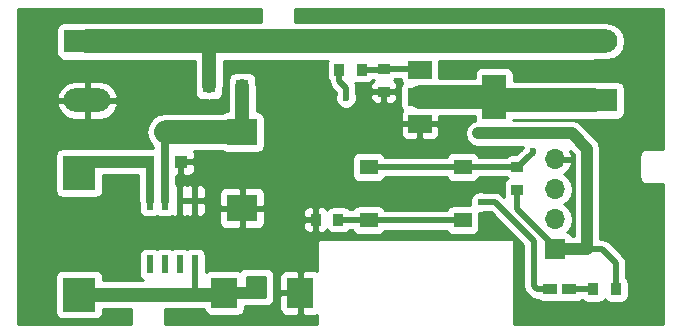
<source format=gtl>
G04 #@! TF.FileFunction,Copper,L1,Top,Signal*
%FSLAX46Y46*%
G04 Gerber Fmt 4.6, Leading zero omitted, Abs format (unit mm)*
G04 Created by KiCad (PCBNEW 4.0.7) date 03/28/18 09:41:18*
%MOMM*%
%LPD*%
G01*
G04 APERTURE LIST*
%ADD10C,0.100000*%
%ADD11R,2.600000X2.235000*%
%ADD12R,2.235000X2.600000*%
%ADD13R,1.700000X1.700000*%
%ADD14O,1.700000X1.700000*%
%ADD15R,3.960000X1.980000*%
%ADD16O,3.960000X1.980000*%
%ADD17R,2.000000X3.800000*%
%ADD18R,2.000000X1.500000*%
%ADD19R,1.550000X1.300000*%
%ADD20R,0.600000X1.550000*%
%ADD21R,1.100000X1.100000*%
%ADD22R,2.790000X2.920000*%
%ADD23R,1.220000X0.870000*%
%ADD24R,0.845000X1.000000*%
%ADD25R,1.000000X0.845000*%
%ADD26C,0.600000*%
%ADD27C,2.000000*%
%ADD28C,1.200000*%
%ADD29C,0.250000*%
%ADD30C,0.500000*%
%ADD31C,0.300000*%
%ADD32C,0.200000*%
%ADD33C,1.000000*%
%ADD34C,0.700000*%
%ADD35C,0.254000*%
G04 APERTURE END LIST*
D10*
D11*
X104300000Y-105382500D03*
X104300000Y-111817500D03*
D12*
X102782500Y-119000000D03*
X109217500Y-119000000D03*
D13*
X130800000Y-115320000D03*
D14*
X130800000Y-112780000D03*
X130800000Y-110240000D03*
X130800000Y-107700000D03*
D15*
X91200000Y-97700000D03*
D16*
X91200000Y-102700000D03*
D15*
X134100000Y-102700000D03*
D16*
X134100000Y-97700000D03*
D17*
X125650000Y-102400000D03*
D18*
X119350000Y-102400000D03*
X119350000Y-104700000D03*
X119350000Y-100100000D03*
D19*
X115020000Y-112850000D03*
X115020000Y-108350000D03*
X122980000Y-108350000D03*
X122980000Y-112850000D03*
D20*
X96490000Y-116594999D03*
X97760000Y-116594999D03*
X99030000Y-116594999D03*
X100300000Y-116594999D03*
X100300000Y-111194999D03*
X99030000Y-111194999D03*
X97760000Y-111194999D03*
X96490000Y-111194999D03*
D21*
X96300000Y-107900000D03*
X99100000Y-107900000D03*
D22*
X90500000Y-119150000D03*
X90500000Y-108850000D03*
D23*
X130400000Y-118700000D03*
X132000000Y-118700000D03*
D24*
X134041072Y-118699999D03*
X135966072Y-118699999D03*
D25*
X127600000Y-110262500D03*
X127600000Y-108337500D03*
D24*
X112462500Y-112800000D03*
X110537500Y-112800000D03*
X114462500Y-100100000D03*
X112537500Y-100100000D03*
D25*
X116300000Y-100037500D03*
X116300000Y-101962500D03*
D21*
X104300000Y-101500000D03*
X101500000Y-101500000D03*
D26*
X97100000Y-113300000D03*
X97100000Y-114700000D03*
X98600000Y-113300000D03*
X100100000Y-113300000D03*
X98600000Y-114700000D03*
X100100000Y-114700000D03*
X85600000Y-99900000D03*
X98300000Y-102100000D03*
X99700000Y-102100000D03*
X99700000Y-100700000D03*
X98300000Y-100700000D03*
X99000000Y-101400000D03*
X85600000Y-97500000D03*
X92300000Y-121400000D03*
X99900000Y-121300000D03*
X102000000Y-121300000D03*
X104100000Y-121300000D03*
X106200000Y-121300000D03*
X108300000Y-121300000D03*
X94400000Y-121300000D03*
X98200000Y-121300000D03*
X85600000Y-121400000D03*
X139500000Y-97400000D03*
X139500000Y-102200000D03*
X139500000Y-95300000D03*
X139500000Y-99500000D03*
X139500000Y-106400000D03*
X139500000Y-104300000D03*
X130400000Y-95200000D03*
X128300000Y-95200000D03*
X134600000Y-95200000D03*
X132500000Y-95200000D03*
X136700000Y-95200000D03*
X126200000Y-95200000D03*
X139500000Y-119200000D03*
X139500000Y-117100000D03*
X139500000Y-112900000D03*
X139500000Y-115000000D03*
X139500000Y-110600000D03*
X85600000Y-104400000D03*
X85600000Y-106500000D03*
X85600000Y-108600000D03*
X85600000Y-110700000D03*
X85600000Y-119300000D03*
X85600000Y-117200000D03*
X85600000Y-115100000D03*
X85600000Y-113000000D03*
X88100000Y-121400000D03*
X90200000Y-121400000D03*
X129000000Y-121300000D03*
X131100000Y-121300000D03*
X139500000Y-121300000D03*
X133200000Y-121300000D03*
X135300000Y-121300000D03*
X137400000Y-121300000D03*
X110400000Y-115000000D03*
X127600000Y-121300000D03*
X127600000Y-119200000D03*
X127600000Y-117100000D03*
X127600000Y-115000000D03*
X126300000Y-114300000D03*
X124200000Y-114300000D03*
X122100000Y-114300000D03*
X120000000Y-114300000D03*
X117900000Y-114300000D03*
X115800000Y-114300000D03*
X113700000Y-114300000D03*
X111600000Y-114300000D03*
X109100000Y-95300000D03*
X112300000Y-95300000D03*
X89600000Y-95400000D03*
X87500000Y-95400000D03*
X100100000Y-95400000D03*
X102200000Y-95400000D03*
X93800000Y-95400000D03*
X91700000Y-95400000D03*
X98000000Y-95400000D03*
X95900000Y-95400000D03*
X105700000Y-95300000D03*
X85600000Y-102300000D03*
X85600000Y-95400000D03*
X104300000Y-95400000D03*
X100400000Y-107900000D03*
X104300000Y-109700000D03*
X104300000Y-113900000D03*
X102100000Y-111800000D03*
X109200000Y-116100000D03*
X106000000Y-102000000D03*
X106000000Y-100600000D03*
X107400000Y-102000000D03*
X107400000Y-100600000D03*
X106700000Y-101300000D03*
X124200000Y-105500000D03*
X105900000Y-119000000D03*
X105900000Y-118000000D03*
X105100000Y-118000000D03*
X105100000Y-119000000D03*
X124500000Y-111300000D03*
X128900000Y-107000000D03*
X113100000Y-102500000D03*
D27*
X91200000Y-97700000D02*
X101600000Y-97700000D01*
D28*
X101500000Y-101500000D02*
X101500000Y-97800000D01*
D27*
X101600000Y-97700000D02*
X134100000Y-97700000D01*
D28*
X101500000Y-97800000D02*
X101600000Y-97700000D01*
D29*
X127600000Y-115000000D02*
X127600000Y-114500000D01*
X127600000Y-114500000D02*
X127400000Y-114300000D01*
X127400000Y-114300000D02*
X124200000Y-114300000D01*
D30*
X98600000Y-113300000D02*
X100100000Y-113300000D01*
D31*
X100100000Y-113300000D02*
X100300000Y-113100000D01*
X100300000Y-112800000D02*
X100300000Y-113100000D01*
X100300000Y-112800000D02*
X100300000Y-111194999D01*
D30*
X97100000Y-113300000D02*
X98600000Y-113300000D01*
X97100000Y-114700000D02*
X97100000Y-113300000D01*
X98600000Y-114700000D02*
X97100000Y-114700000D01*
X100100000Y-114700000D02*
X98600000Y-114700000D01*
X100100000Y-113300000D02*
X100100000Y-114700000D01*
D29*
X85600000Y-99900000D02*
X85600000Y-99600000D01*
X85600000Y-102300000D02*
X85600000Y-99900000D01*
X98300000Y-102100000D02*
X97700000Y-102700000D01*
X97700000Y-102700000D02*
X91200000Y-102700000D01*
X85600000Y-97500000D02*
X85600000Y-95400000D01*
X92300000Y-121400000D02*
X94300000Y-121400000D01*
X94300000Y-121400000D02*
X94400000Y-121300000D01*
X108300000Y-121300000D02*
X106200000Y-121300000D01*
X109500000Y-121300000D02*
X108300000Y-121300000D01*
X99900000Y-121300000D02*
X98200000Y-121300000D01*
X102000000Y-121300000D02*
X99900000Y-121300000D01*
X104100000Y-121300000D02*
X102000000Y-121300000D01*
X106200000Y-121300000D02*
X104100000Y-121300000D01*
X94400000Y-121300000D02*
X94300000Y-121400000D01*
X94300000Y-121400000D02*
X90200000Y-121400000D01*
X90200000Y-121400000D02*
X88100000Y-121400000D01*
X88100000Y-121400000D02*
X85600000Y-121400000D01*
X85600000Y-121400000D02*
X85600000Y-119300000D01*
X85600000Y-119300000D02*
X85600000Y-117200000D01*
X85600000Y-117200000D02*
X85600000Y-115100000D01*
X85600000Y-115100000D02*
X85600000Y-113000000D01*
X85600000Y-113000000D02*
X85600000Y-110700000D01*
X85600000Y-110700000D02*
X85600000Y-108600000D01*
X85600000Y-108600000D02*
X85600000Y-106500000D01*
X85600000Y-106500000D02*
X85600000Y-104400000D01*
X85600000Y-104400000D02*
X85600000Y-102300000D01*
X109217500Y-121017500D02*
X109217500Y-119000000D01*
X109500000Y-121300000D02*
X109217500Y-121017500D01*
X130400000Y-95200000D02*
X132500000Y-95200000D01*
X126200000Y-95200000D02*
X128300000Y-95200000D01*
X128300000Y-95200000D02*
X130400000Y-95200000D01*
X138300000Y-110600000D02*
X139500000Y-110600000D01*
X137400000Y-109700000D02*
X138300000Y-110600000D01*
X137400000Y-107200000D02*
X137400000Y-109700000D01*
X138200000Y-106400000D02*
X137400000Y-107200000D01*
X138200000Y-106300000D02*
X138200000Y-106400000D01*
X138400000Y-106300000D02*
X138200000Y-106300000D01*
X138700000Y-106300000D02*
X138400000Y-106300000D01*
X139400000Y-106300000D02*
X138700000Y-106300000D01*
X139400000Y-104200000D02*
X139400000Y-106300000D01*
X139400000Y-102100000D02*
X139400000Y-104200000D01*
X139400000Y-99400000D02*
X139400000Y-102100000D01*
X139400000Y-97300000D02*
X139400000Y-99400000D01*
X139400000Y-95200000D02*
X139400000Y-97300000D01*
X136700000Y-95200000D02*
X139400000Y-95200000D01*
X134600000Y-95200000D02*
X136700000Y-95200000D01*
X132500000Y-95200000D02*
X134600000Y-95200000D01*
X139500000Y-110600000D02*
X139500000Y-112900000D01*
X139500000Y-112900000D02*
X139500000Y-115000000D01*
X139500000Y-115000000D02*
X139500000Y-117100000D01*
X139500000Y-117100000D02*
X139500000Y-119200000D01*
X139500000Y-119200000D02*
X139500000Y-121300000D01*
X139500000Y-121300000D02*
X137400000Y-121300000D01*
X137400000Y-121300000D02*
X135300000Y-121300000D01*
X135300000Y-121300000D02*
X133200000Y-121300000D01*
X133200000Y-121300000D02*
X131100000Y-121300000D01*
X131100000Y-121300000D02*
X129000000Y-121300000D01*
X129000000Y-121300000D02*
X127600000Y-121300000D01*
X127600000Y-121300000D02*
X127600000Y-119200000D01*
X127600000Y-119200000D02*
X127600000Y-117100000D01*
X127600000Y-117100000D02*
X127600000Y-115000000D01*
X124200000Y-114300000D02*
X122100000Y-114300000D01*
X122100000Y-114300000D02*
X120000000Y-114300000D01*
X120000000Y-114300000D02*
X117900000Y-114300000D01*
X117900000Y-114300000D02*
X115800000Y-114300000D01*
X115800000Y-114300000D02*
X113700000Y-114300000D01*
X113700000Y-114300000D02*
X111600000Y-114300000D01*
X111600000Y-114300000D02*
X111500000Y-114400000D01*
X111500000Y-114400000D02*
X110600000Y-114400000D01*
X110600000Y-114400000D02*
X110400000Y-114600000D01*
X110400000Y-114600000D02*
X110400000Y-114900000D01*
X110400000Y-114900000D02*
X109200000Y-116100000D01*
X109200000Y-116100000D02*
X109200000Y-118982500D01*
X109200000Y-118982500D02*
X109217500Y-119000000D01*
X109100000Y-95300000D02*
X112300000Y-95300000D01*
X87500000Y-95400000D02*
X89600000Y-95400000D01*
X89600000Y-95400000D02*
X91700000Y-95400000D01*
X91700000Y-95400000D02*
X93800000Y-95400000D01*
X93800000Y-95400000D02*
X95900000Y-95400000D01*
X95900000Y-95400000D02*
X98000000Y-95400000D01*
X98000000Y-95400000D02*
X100100000Y-95400000D01*
X100100000Y-95400000D02*
X102200000Y-95400000D01*
X102200000Y-95400000D02*
X104300000Y-95400000D01*
X104300000Y-95400000D02*
X105600000Y-95400000D01*
X105600000Y-95400000D02*
X105700000Y-95300000D01*
X85600000Y-99600000D02*
X85600000Y-95400000D01*
X85600000Y-95400000D02*
X89600000Y-95400000D01*
X85600000Y-99600000D02*
X85600000Y-100024264D01*
X91200000Y-102700000D02*
X87300000Y-102700000D01*
X87300000Y-102700000D02*
X86000000Y-102700000D01*
X85600000Y-102300000D02*
X86000000Y-102700000D01*
D32*
X99100000Y-107900000D02*
X100400000Y-107900000D01*
X104300000Y-111817500D02*
X104300000Y-109700000D01*
X104300000Y-111817500D02*
X104300000Y-113900000D01*
X104300000Y-111817500D02*
X102117500Y-111817500D01*
X102117500Y-111817500D02*
X102100000Y-111800000D01*
X109217500Y-119000000D02*
X109217500Y-121282500D01*
X109217500Y-121282500D02*
X109200000Y-121300000D01*
X109217500Y-119000000D02*
X109217500Y-116117500D01*
X109217500Y-116117500D02*
X109200000Y-116100000D01*
D30*
X127600000Y-110262500D02*
X127600000Y-111900000D01*
X127600000Y-111900000D02*
X130800000Y-115100000D01*
X130800000Y-115100000D02*
X130800000Y-115320000D01*
D28*
X100500000Y-119150000D02*
X102632500Y-119150000D01*
X102632500Y-119150000D02*
X102782500Y-119000000D01*
X90500000Y-119150000D02*
X102632500Y-119150000D01*
D33*
X130800000Y-115320000D02*
X133500000Y-115320000D01*
X133500000Y-115320000D02*
X133500000Y-106800000D01*
X133500000Y-106800000D02*
X132200000Y-105500000D01*
X132200000Y-105500000D02*
X124300000Y-105500000D01*
D30*
X130800000Y-115320000D02*
X130820000Y-115300000D01*
X130820000Y-115300000D02*
X134800000Y-115300000D01*
X134800000Y-115300000D02*
X135966072Y-116466072D01*
X135966072Y-116466072D02*
X135966072Y-118699999D01*
D33*
X102782500Y-119000000D02*
X105100000Y-119000000D01*
D30*
X100300000Y-116594999D02*
X100300000Y-118950000D01*
X100300000Y-118950000D02*
X100500000Y-119150000D01*
X125700000Y-111300000D02*
X124500000Y-111300000D01*
X129000000Y-114600000D02*
X125700000Y-111300000D01*
X129000000Y-118410000D02*
X129000000Y-114600000D01*
X130400000Y-118700000D02*
X129290000Y-118700000D01*
X129290000Y-118700000D02*
X129000000Y-118410000D01*
X132000000Y-118700000D02*
X134041071Y-118700000D01*
X134041071Y-118700000D02*
X134041072Y-118699999D01*
X114462500Y-100100000D02*
X116237500Y-100100000D01*
X116237500Y-100100000D02*
X116300000Y-100037500D01*
X116300000Y-100037500D02*
X119287500Y-100037500D01*
X119287500Y-100037500D02*
X119350000Y-100100000D01*
X128500000Y-107515000D02*
X128900000Y-107115000D01*
X128900000Y-107115000D02*
X128900000Y-107000000D01*
X127600000Y-108337500D02*
X127677500Y-108337500D01*
X127677500Y-108337500D02*
X128500000Y-107515000D01*
X125050000Y-108350000D02*
X125062500Y-108337500D01*
X125062500Y-108337500D02*
X127600000Y-108337500D01*
X122980000Y-108350000D02*
X125050000Y-108350000D01*
X123030000Y-108300000D02*
X122980000Y-108350000D01*
X115020000Y-108350000D02*
X122980000Y-108350000D01*
X112462500Y-112800000D02*
X114970000Y-112800000D01*
X114970000Y-112800000D02*
X115020000Y-112850000D01*
X115020000Y-112850000D02*
X116295000Y-112850000D01*
X116295000Y-112850000D02*
X122980000Y-112850000D01*
X113100000Y-101662500D02*
X113100000Y-102500000D01*
X112537500Y-100100000D02*
X112537500Y-101100000D01*
X112537500Y-101100000D02*
X113100000Y-101662500D01*
D33*
X96300000Y-107900000D02*
X91450000Y-107900000D01*
X91450000Y-107900000D02*
X90500000Y-108850000D01*
D34*
X96490000Y-111194999D02*
X96490000Y-108090000D01*
X96490000Y-108090000D02*
X96300000Y-107900000D01*
D27*
X134100000Y-102700000D02*
X125950000Y-102700000D01*
X125950000Y-102700000D02*
X125650000Y-102400000D01*
X119350000Y-102400000D02*
X125650000Y-102400000D01*
D34*
X97760000Y-111194999D02*
X97760000Y-105440000D01*
X97760000Y-105440000D02*
X97817500Y-105382500D01*
D27*
X104300000Y-105382500D02*
X97817500Y-105382500D01*
D28*
X104300000Y-101500000D02*
X104300000Y-105382500D01*
D35*
G36*
X105898000Y-96073000D02*
X93191274Y-96073000D01*
X93180000Y-96070717D01*
X89220000Y-96070717D01*
X88987648Y-96114437D01*
X88774247Y-96251757D01*
X88631083Y-96461283D01*
X88580717Y-96710000D01*
X88580717Y-98690000D01*
X88624437Y-98922352D01*
X88761757Y-99135753D01*
X88971283Y-99278917D01*
X89220000Y-99329283D01*
X93180000Y-99329283D01*
X93192133Y-99327000D01*
X100273000Y-99327000D01*
X100273000Y-101500000D01*
X100310717Y-101689616D01*
X100310717Y-102050000D01*
X100354437Y-102282352D01*
X100491757Y-102495753D01*
X100701283Y-102638917D01*
X100950000Y-102689283D01*
X101310384Y-102689283D01*
X101500000Y-102727000D01*
X101689616Y-102689283D01*
X102050000Y-102689283D01*
X102282352Y-102645563D01*
X102495753Y-102508243D01*
X102638917Y-102298717D01*
X102689283Y-102050000D01*
X102689283Y-101689616D01*
X102727000Y-101500000D01*
X102727000Y-99327000D01*
X111542675Y-99327000D01*
X111526083Y-99351283D01*
X111475717Y-99600000D01*
X111475717Y-100600000D01*
X111519437Y-100832352D01*
X111656757Y-101045753D01*
X111660500Y-101048311D01*
X111660500Y-101100000D01*
X111727258Y-101435613D01*
X111917367Y-101720133D01*
X112223000Y-102025766D01*
X112223000Y-102194774D01*
X112173161Y-102314799D01*
X112172839Y-102683583D01*
X112313669Y-103024417D01*
X112574211Y-103285414D01*
X112914799Y-103426839D01*
X113283583Y-103427161D01*
X113624417Y-103286331D01*
X113885414Y-103025789D01*
X114026839Y-102685201D01*
X114027161Y-102316417D01*
X113998995Y-102248250D01*
X115165000Y-102248250D01*
X115165000Y-102511309D01*
X115261673Y-102744698D01*
X115440301Y-102923327D01*
X115673690Y-103020000D01*
X116014250Y-103020000D01*
X116173000Y-102861250D01*
X116173000Y-102089500D01*
X116427000Y-102089500D01*
X116427000Y-102861250D01*
X116585750Y-103020000D01*
X116926310Y-103020000D01*
X117159699Y-102923327D01*
X117338327Y-102744698D01*
X117435000Y-102511309D01*
X117435000Y-102248250D01*
X117276250Y-102089500D01*
X116427000Y-102089500D01*
X116173000Y-102089500D01*
X115323750Y-102089500D01*
X115165000Y-102248250D01*
X113998995Y-102248250D01*
X113977000Y-102195018D01*
X113977000Y-101662500D01*
X113910242Y-101326887D01*
X113822243Y-101195187D01*
X114040000Y-101239283D01*
X114885000Y-101239283D01*
X115117352Y-101195563D01*
X115330753Y-101058243D01*
X115386264Y-100977000D01*
X115446030Y-100977000D01*
X115466349Y-100990884D01*
X115440301Y-101001673D01*
X115261673Y-101180302D01*
X115165000Y-101413691D01*
X115165000Y-101676750D01*
X115323750Y-101835500D01*
X116173000Y-101835500D01*
X116173000Y-101815500D01*
X116427000Y-101815500D01*
X116427000Y-101835500D01*
X117276250Y-101835500D01*
X117435000Y-101676750D01*
X117435000Y-101413691D01*
X117338327Y-101180302D01*
X117159699Y-101001673D01*
X117133174Y-100990686D01*
X117245753Y-100918243D01*
X117248311Y-100914500D01*
X117722853Y-100914500D01*
X117754437Y-101082352D01*
X117863351Y-101251609D01*
X117761083Y-101401283D01*
X117710717Y-101650000D01*
X117710717Y-103150000D01*
X117754437Y-103382352D01*
X117858267Y-103543708D01*
X117811673Y-103590301D01*
X117715000Y-103823690D01*
X117715000Y-104414250D01*
X117873750Y-104573000D01*
X119223000Y-104573000D01*
X119223000Y-104553000D01*
X119477000Y-104553000D01*
X119477000Y-104573000D01*
X120826250Y-104573000D01*
X120985000Y-104414250D01*
X120985000Y-104027000D01*
X124010717Y-104027000D01*
X124010717Y-104300000D01*
X124034394Y-104425832D01*
X123868716Y-104458788D01*
X123503091Y-104703091D01*
X123258788Y-105068716D01*
X123173000Y-105500000D01*
X123258788Y-105931284D01*
X123503091Y-106296909D01*
X123868716Y-106541212D01*
X124300000Y-106627000D01*
X128051142Y-106627000D01*
X127982553Y-106792182D01*
X127879867Y-106894867D01*
X127879865Y-106894870D01*
X127499018Y-107275717D01*
X127100000Y-107275717D01*
X126867648Y-107319437D01*
X126654247Y-107456757D01*
X126651689Y-107460500D01*
X125062505Y-107460500D01*
X125062500Y-107460499D01*
X124999655Y-107473000D01*
X124351570Y-107473000D01*
X124350563Y-107467648D01*
X124213243Y-107254247D01*
X124003717Y-107111083D01*
X123755000Y-107060717D01*
X122205000Y-107060717D01*
X121972648Y-107104437D01*
X121759247Y-107241757D01*
X121616083Y-107451283D01*
X121611685Y-107473000D01*
X116391570Y-107473000D01*
X116390563Y-107467648D01*
X116253243Y-107254247D01*
X116043717Y-107111083D01*
X115795000Y-107060717D01*
X114245000Y-107060717D01*
X114012648Y-107104437D01*
X113799247Y-107241757D01*
X113656083Y-107451283D01*
X113605717Y-107700000D01*
X113605717Y-109000000D01*
X113649437Y-109232352D01*
X113786757Y-109445753D01*
X113996283Y-109588917D01*
X114245000Y-109639283D01*
X115795000Y-109639283D01*
X116027352Y-109595563D01*
X116240753Y-109458243D01*
X116383917Y-109248717D01*
X116388315Y-109227000D01*
X121608430Y-109227000D01*
X121609437Y-109232352D01*
X121746757Y-109445753D01*
X121956283Y-109588917D01*
X122205000Y-109639283D01*
X123755000Y-109639283D01*
X123987352Y-109595563D01*
X124200753Y-109458243D01*
X124343917Y-109248717D01*
X124348315Y-109227000D01*
X125050000Y-109227000D01*
X125112841Y-109214500D01*
X126654559Y-109214500D01*
X126780472Y-109300533D01*
X126654247Y-109381757D01*
X126511083Y-109591283D01*
X126460717Y-109840000D01*
X126460717Y-110685000D01*
X126492111Y-110851845D01*
X126320133Y-110679867D01*
X126035613Y-110489758D01*
X125700000Y-110423000D01*
X124805226Y-110423000D01*
X124685201Y-110373161D01*
X124316417Y-110372839D01*
X123975583Y-110513669D01*
X123714586Y-110774211D01*
X123573161Y-111114799D01*
X123572839Y-111483583D01*
X123604710Y-111560717D01*
X122205000Y-111560717D01*
X121972648Y-111604437D01*
X121759247Y-111741757D01*
X121616083Y-111951283D01*
X121611685Y-111973000D01*
X116391570Y-111973000D01*
X116390563Y-111967648D01*
X116253243Y-111754247D01*
X116043717Y-111611083D01*
X115795000Y-111560717D01*
X114245000Y-111560717D01*
X114012648Y-111604437D01*
X113799247Y-111741757D01*
X113675408Y-111923000D01*
X113387484Y-111923000D01*
X113343243Y-111854247D01*
X113133717Y-111711083D01*
X112885000Y-111660717D01*
X112040000Y-111660717D01*
X111807648Y-111704437D01*
X111594247Y-111841757D01*
X111509116Y-111966349D01*
X111498327Y-111940301D01*
X111319698Y-111761673D01*
X111086309Y-111665000D01*
X110823250Y-111665000D01*
X110664500Y-111823750D01*
X110664500Y-112673000D01*
X110684500Y-112673000D01*
X110684500Y-112927000D01*
X110664500Y-112927000D01*
X110664500Y-113776250D01*
X110823250Y-113935000D01*
X111086309Y-113935000D01*
X111319698Y-113838327D01*
X111498327Y-113659699D01*
X111509314Y-113633174D01*
X111581757Y-113745753D01*
X111791283Y-113888917D01*
X112040000Y-113939283D01*
X112885000Y-113939283D01*
X113117352Y-113895563D01*
X113330753Y-113758243D01*
X113386264Y-113677000D01*
X113639022Y-113677000D01*
X113649437Y-113732352D01*
X113786757Y-113945753D01*
X113996283Y-114088917D01*
X114245000Y-114139283D01*
X115795000Y-114139283D01*
X116027352Y-114095563D01*
X116240753Y-113958243D01*
X116383917Y-113748717D01*
X116388315Y-113727000D01*
X121608430Y-113727000D01*
X121609437Y-113732352D01*
X121746757Y-113945753D01*
X121956283Y-114088917D01*
X122205000Y-114139283D01*
X123755000Y-114139283D01*
X123987352Y-114095563D01*
X124200753Y-113958243D01*
X124343917Y-113748717D01*
X124394283Y-113500000D01*
X124394283Y-112226908D01*
X124683583Y-112227161D01*
X124804982Y-112177000D01*
X125336734Y-112177000D01*
X128123000Y-114963265D01*
X128123000Y-118410000D01*
X128189758Y-118745613D01*
X128379867Y-119030133D01*
X128669867Y-119320133D01*
X128954387Y-119510242D01*
X129290000Y-119577001D01*
X129290005Y-119577000D01*
X129329342Y-119577000D01*
X129331757Y-119580753D01*
X129541283Y-119723917D01*
X129790000Y-119774283D01*
X131010000Y-119774283D01*
X131206974Y-119737220D01*
X131390000Y-119774283D01*
X132610000Y-119774283D01*
X132842352Y-119730563D01*
X133055753Y-119593243D01*
X133066851Y-119577000D01*
X133116088Y-119577000D01*
X133160329Y-119645752D01*
X133369855Y-119788916D01*
X133618572Y-119839282D01*
X134463572Y-119839282D01*
X134695924Y-119795562D01*
X134909325Y-119658242D01*
X135004105Y-119519527D01*
X135085329Y-119645752D01*
X135294855Y-119788916D01*
X135543572Y-119839282D01*
X136388572Y-119839282D01*
X136620924Y-119795562D01*
X136834325Y-119658242D01*
X136977489Y-119448716D01*
X137027855Y-119199999D01*
X137027855Y-118199999D01*
X136984135Y-117967647D01*
X136846815Y-117754246D01*
X136843072Y-117751688D01*
X136843072Y-116466077D01*
X136843073Y-116466072D01*
X136776314Y-116130459D01*
X136586205Y-115845939D01*
X135420133Y-114679867D01*
X135135613Y-114489758D01*
X134800000Y-114423000D01*
X134627000Y-114423000D01*
X134627000Y-106800000D01*
X134541212Y-106368716D01*
X134486164Y-106286331D01*
X134296910Y-106003091D01*
X132996909Y-104703091D01*
X132631284Y-104458788D01*
X132200000Y-104373000D01*
X127274500Y-104373000D01*
X127283815Y-104327000D01*
X132108726Y-104327000D01*
X132120000Y-104329283D01*
X136080000Y-104329283D01*
X136312352Y-104285563D01*
X136525753Y-104148243D01*
X136668917Y-103938717D01*
X136719283Y-103690000D01*
X136719283Y-101710000D01*
X136675563Y-101477648D01*
X136538243Y-101264247D01*
X136328717Y-101121083D01*
X136080000Y-101070717D01*
X132120000Y-101070717D01*
X132107867Y-101073000D01*
X127289283Y-101073000D01*
X127289283Y-100500000D01*
X127245563Y-100267648D01*
X127108243Y-100054247D01*
X126898717Y-99911083D01*
X126650000Y-99860717D01*
X124650000Y-99860717D01*
X124417648Y-99904437D01*
X124204247Y-100041757D01*
X124061083Y-100251283D01*
X124010717Y-100500000D01*
X124010717Y-100773000D01*
X120989283Y-100773000D01*
X120989283Y-99350000D01*
X120984955Y-99327000D01*
X134100000Y-99327000D01*
X134150273Y-99317000D01*
X135141074Y-99317000D01*
X135759873Y-99193913D01*
X136284466Y-98843392D01*
X136634987Y-98318799D01*
X136758074Y-97700000D01*
X136634987Y-97081201D01*
X136284466Y-96556608D01*
X135759873Y-96206087D01*
X135141074Y-96083000D01*
X134150273Y-96083000D01*
X134100000Y-96073000D01*
X108802000Y-96073000D01*
X108802000Y-95002000D01*
X139898000Y-95002000D01*
X139898000Y-106798000D01*
X138600000Y-106798000D01*
X138331356Y-106851437D01*
X138103611Y-107003611D01*
X137951437Y-107231356D01*
X137898000Y-107500000D01*
X137898000Y-109100000D01*
X137951437Y-109368644D01*
X138103611Y-109596389D01*
X138331356Y-109748563D01*
X138600000Y-109802000D01*
X139898000Y-109802000D01*
X139898000Y-121598000D01*
X127327000Y-121598000D01*
X127327000Y-114600000D01*
X127318315Y-114553841D01*
X127291035Y-114511447D01*
X127249410Y-114483006D01*
X127200000Y-114473000D01*
X110800000Y-114473000D01*
X110753841Y-114481685D01*
X110711447Y-114508965D01*
X110683006Y-114550590D01*
X110673000Y-114600000D01*
X110673000Y-117152685D01*
X110461309Y-117065000D01*
X109503250Y-117065000D01*
X109344500Y-117223750D01*
X109344500Y-118873000D01*
X109364500Y-118873000D01*
X109364500Y-119127000D01*
X109344500Y-119127000D01*
X109344500Y-120776250D01*
X109503250Y-120935000D01*
X110461309Y-120935000D01*
X110673000Y-120847315D01*
X110673000Y-121598000D01*
X97802000Y-121598000D01*
X97802000Y-120377000D01*
X101040206Y-120377000D01*
X101069437Y-120532352D01*
X101206757Y-120745753D01*
X101416283Y-120888917D01*
X101665000Y-120939283D01*
X103900000Y-120939283D01*
X104132352Y-120895563D01*
X104345753Y-120758243D01*
X104488917Y-120548717D01*
X104539283Y-120300000D01*
X104539283Y-120127000D01*
X106400000Y-120127000D01*
X106627888Y-120084120D01*
X106837189Y-119949438D01*
X106977601Y-119743938D01*
X107027000Y-119500000D01*
X107027000Y-119285750D01*
X107465000Y-119285750D01*
X107465000Y-120426310D01*
X107561673Y-120659699D01*
X107740302Y-120838327D01*
X107973691Y-120935000D01*
X108931750Y-120935000D01*
X109090500Y-120776250D01*
X109090500Y-119127000D01*
X107623750Y-119127000D01*
X107465000Y-119285750D01*
X107027000Y-119285750D01*
X107027000Y-117573690D01*
X107465000Y-117573690D01*
X107465000Y-118714250D01*
X107623750Y-118873000D01*
X109090500Y-118873000D01*
X109090500Y-117223750D01*
X108931750Y-117065000D01*
X107973691Y-117065000D01*
X107740302Y-117161673D01*
X107561673Y-117340301D01*
X107465000Y-117573690D01*
X107027000Y-117573690D01*
X107027000Y-117500000D01*
X106984120Y-117272112D01*
X106849438Y-117062811D01*
X106643938Y-116922399D01*
X106400000Y-116873000D01*
X104600000Y-116873000D01*
X104372112Y-116915880D01*
X104162811Y-117050562D01*
X104124772Y-117106234D01*
X103900000Y-117060717D01*
X101665000Y-117060717D01*
X101432648Y-117104437D01*
X101239283Y-117228864D01*
X101239283Y-115819999D01*
X101195563Y-115587647D01*
X101058243Y-115374246D01*
X100848717Y-115231082D01*
X100600000Y-115180716D01*
X100000000Y-115180716D01*
X99767648Y-115224436D01*
X99665340Y-115290269D01*
X99578717Y-115231082D01*
X99330000Y-115180716D01*
X98730000Y-115180716D01*
X98497648Y-115224436D01*
X98395340Y-115290269D01*
X98308717Y-115231082D01*
X98060000Y-115180716D01*
X97460000Y-115180716D01*
X97227648Y-115224436D01*
X97125340Y-115290269D01*
X97038717Y-115231082D01*
X96790000Y-115180716D01*
X96190000Y-115180716D01*
X95957648Y-115224436D01*
X95744247Y-115361756D01*
X95601083Y-115571282D01*
X95550717Y-115819999D01*
X95550717Y-117369999D01*
X95594437Y-117602351D01*
X95731757Y-117815752D01*
X95888719Y-117923000D01*
X92534283Y-117923000D01*
X92534283Y-117690000D01*
X92490563Y-117457648D01*
X92353243Y-117244247D01*
X92143717Y-117101083D01*
X91895000Y-117050717D01*
X89105000Y-117050717D01*
X88872648Y-117094437D01*
X88659247Y-117231757D01*
X88516083Y-117441283D01*
X88465717Y-117690000D01*
X88465717Y-120610000D01*
X88509437Y-120842352D01*
X88646757Y-121055753D01*
X88856283Y-121198917D01*
X89105000Y-121249283D01*
X91895000Y-121249283D01*
X92127352Y-121205563D01*
X92340753Y-121068243D01*
X92483917Y-120858717D01*
X92534283Y-120610000D01*
X92534283Y-120377000D01*
X94898000Y-120377000D01*
X94898000Y-121598000D01*
X85302000Y-121598000D01*
X85302000Y-107390000D01*
X88465717Y-107390000D01*
X88465717Y-110310000D01*
X88509437Y-110542352D01*
X88646757Y-110755753D01*
X88856283Y-110898917D01*
X89105000Y-110949283D01*
X91895000Y-110949283D01*
X92127352Y-110905563D01*
X92340753Y-110768243D01*
X92483917Y-110558717D01*
X92534283Y-110310000D01*
X92534283Y-109027000D01*
X95483842Y-109027000D01*
X95501283Y-109038917D01*
X95513000Y-109041290D01*
X95513000Y-111194999D01*
X95550717Y-111384615D01*
X95550717Y-111969999D01*
X95594437Y-112202351D01*
X95731757Y-112415752D01*
X95941283Y-112558916D01*
X96190000Y-112609282D01*
X96790000Y-112609282D01*
X97022352Y-112565562D01*
X97124660Y-112499729D01*
X97211283Y-112558916D01*
X97460000Y-112609282D01*
X98060000Y-112609282D01*
X98292352Y-112565562D01*
X98376992Y-112511098D01*
X98603690Y-112604999D01*
X98744250Y-112604999D01*
X98903000Y-112446249D01*
X98903000Y-111321999D01*
X99157000Y-111321999D01*
X99157000Y-112446249D01*
X99315750Y-112604999D01*
X99456310Y-112604999D01*
X99665000Y-112518557D01*
X99873690Y-112604999D01*
X100014250Y-112604999D01*
X100173000Y-112446249D01*
X100173000Y-111321999D01*
X100427000Y-111321999D01*
X100427000Y-112446249D01*
X100585750Y-112604999D01*
X100726310Y-112604999D01*
X100959699Y-112508326D01*
X101138327Y-112329697D01*
X101232124Y-112103250D01*
X102365000Y-112103250D01*
X102365000Y-113061309D01*
X102461673Y-113294698D01*
X102640301Y-113473327D01*
X102873690Y-113570000D01*
X104014250Y-113570000D01*
X104173000Y-113411250D01*
X104173000Y-111944500D01*
X104427000Y-111944500D01*
X104427000Y-113411250D01*
X104585750Y-113570000D01*
X105726310Y-113570000D01*
X105959699Y-113473327D01*
X106138327Y-113294698D01*
X106224876Y-113085750D01*
X109480000Y-113085750D01*
X109480000Y-113426310D01*
X109576673Y-113659699D01*
X109755302Y-113838327D01*
X109988691Y-113935000D01*
X110251750Y-113935000D01*
X110410500Y-113776250D01*
X110410500Y-112927000D01*
X109638750Y-112927000D01*
X109480000Y-113085750D01*
X106224876Y-113085750D01*
X106235000Y-113061309D01*
X106235000Y-112173690D01*
X109480000Y-112173690D01*
X109480000Y-112514250D01*
X109638750Y-112673000D01*
X110410500Y-112673000D01*
X110410500Y-111823750D01*
X110251750Y-111665000D01*
X109988691Y-111665000D01*
X109755302Y-111761673D01*
X109576673Y-111940301D01*
X109480000Y-112173690D01*
X106235000Y-112173690D01*
X106235000Y-112103250D01*
X106076250Y-111944500D01*
X104427000Y-111944500D01*
X104173000Y-111944500D01*
X102523750Y-111944500D01*
X102365000Y-112103250D01*
X101232124Y-112103250D01*
X101235000Y-112096308D01*
X101235000Y-111480749D01*
X101076250Y-111321999D01*
X100427000Y-111321999D01*
X100173000Y-111321999D01*
X99157000Y-111321999D01*
X98903000Y-111321999D01*
X98883000Y-111321999D01*
X98883000Y-111067999D01*
X98903000Y-111067999D01*
X98903000Y-109943749D01*
X99157000Y-109943749D01*
X99157000Y-111067999D01*
X100173000Y-111067999D01*
X100173000Y-109943749D01*
X100427000Y-109943749D01*
X100427000Y-111067999D01*
X101076250Y-111067999D01*
X101235000Y-110909249D01*
X101235000Y-110573691D01*
X102365000Y-110573691D01*
X102365000Y-111531750D01*
X102523750Y-111690500D01*
X104173000Y-111690500D01*
X104173000Y-110223750D01*
X104427000Y-110223750D01*
X104427000Y-111690500D01*
X106076250Y-111690500D01*
X106235000Y-111531750D01*
X106235000Y-110573691D01*
X106138327Y-110340302D01*
X105959699Y-110161673D01*
X105726310Y-110065000D01*
X104585750Y-110065000D01*
X104427000Y-110223750D01*
X104173000Y-110223750D01*
X104014250Y-110065000D01*
X102873690Y-110065000D01*
X102640301Y-110161673D01*
X102461673Y-110340302D01*
X102365000Y-110573691D01*
X101235000Y-110573691D01*
X101235000Y-110293690D01*
X101138327Y-110060301D01*
X100959699Y-109881672D01*
X100726310Y-109784999D01*
X100585750Y-109784999D01*
X100427000Y-109943749D01*
X100173000Y-109943749D01*
X100014250Y-109784999D01*
X99873690Y-109784999D01*
X99665000Y-109871441D01*
X99456310Y-109784999D01*
X99315750Y-109784999D01*
X99157000Y-109943749D01*
X98903000Y-109943749D01*
X98744250Y-109784999D01*
X98737000Y-109784999D01*
X98737000Y-109085000D01*
X98814250Y-109085000D01*
X98973000Y-108926250D01*
X98973000Y-108027000D01*
X99227000Y-108027000D01*
X99227000Y-108926250D01*
X99385750Y-109085000D01*
X99776309Y-109085000D01*
X100009698Y-108988327D01*
X100188327Y-108809699D01*
X100285000Y-108576310D01*
X100285000Y-108185750D01*
X100126250Y-108027000D01*
X99227000Y-108027000D01*
X98973000Y-108027000D01*
X98953000Y-108027000D01*
X98953000Y-107773000D01*
X98973000Y-107773000D01*
X98973000Y-107753000D01*
X99227000Y-107753000D01*
X99227000Y-107773000D01*
X100126250Y-107773000D01*
X100285000Y-107614250D01*
X100285000Y-107223690D01*
X100196279Y-107009500D01*
X102635053Y-107009500D01*
X102751283Y-107088917D01*
X103000000Y-107139283D01*
X105600000Y-107139283D01*
X105832352Y-107095563D01*
X106045753Y-106958243D01*
X106188917Y-106748717D01*
X106239283Y-106500000D01*
X106239283Y-104985750D01*
X117715000Y-104985750D01*
X117715000Y-105576310D01*
X117811673Y-105809699D01*
X117990302Y-105988327D01*
X118223691Y-106085000D01*
X119064250Y-106085000D01*
X119223000Y-105926250D01*
X119223000Y-104827000D01*
X119477000Y-104827000D01*
X119477000Y-105926250D01*
X119635750Y-106085000D01*
X120476309Y-106085000D01*
X120709698Y-105988327D01*
X120888327Y-105809699D01*
X120985000Y-105576310D01*
X120985000Y-104985750D01*
X120826250Y-104827000D01*
X119477000Y-104827000D01*
X119223000Y-104827000D01*
X117873750Y-104827000D01*
X117715000Y-104985750D01*
X106239283Y-104985750D01*
X106239283Y-104265000D01*
X106195563Y-104032648D01*
X106058243Y-103819247D01*
X105848717Y-103676083D01*
X105600000Y-103625717D01*
X105527000Y-103625717D01*
X105527000Y-101500000D01*
X105489283Y-101310384D01*
X105489283Y-100950000D01*
X105445563Y-100717648D01*
X105308243Y-100504247D01*
X105098717Y-100361083D01*
X104850000Y-100310717D01*
X104489616Y-100310717D01*
X104300000Y-100273000D01*
X104110384Y-100310717D01*
X103750000Y-100310717D01*
X103517648Y-100354437D01*
X103304247Y-100491757D01*
X103161083Y-100701283D01*
X103110717Y-100950000D01*
X103110717Y-101310384D01*
X103073000Y-101500000D01*
X103073000Y-103625717D01*
X103000000Y-103625717D01*
X102767648Y-103669437D01*
X102633903Y-103755500D01*
X97817500Y-103755500D01*
X97194874Y-103879348D01*
X96667037Y-104232037D01*
X96314348Y-104759874D01*
X96190500Y-105382500D01*
X96314348Y-106005126D01*
X96667037Y-106532963D01*
X96783000Y-106610447D01*
X96783000Y-106710717D01*
X95750000Y-106710717D01*
X95517648Y-106754437D01*
X95488800Y-106773000D01*
X92005038Y-106773000D01*
X91895000Y-106750717D01*
X89105000Y-106750717D01*
X88872648Y-106794437D01*
X88659247Y-106931757D01*
X88516083Y-107141283D01*
X88465717Y-107390000D01*
X85302000Y-107390000D01*
X85302000Y-103078865D01*
X88629782Y-103078865D01*
X88660095Y-103204528D01*
X88971149Y-103759246D01*
X89470807Y-104152703D01*
X90083000Y-104325000D01*
X91073000Y-104325000D01*
X91073000Y-102827000D01*
X91327000Y-102827000D01*
X91327000Y-104325000D01*
X92317000Y-104325000D01*
X92929193Y-104152703D01*
X93428851Y-103759246D01*
X93739905Y-103204528D01*
X93770218Y-103078865D01*
X93650740Y-102827000D01*
X91327000Y-102827000D01*
X91073000Y-102827000D01*
X88749260Y-102827000D01*
X88629782Y-103078865D01*
X85302000Y-103078865D01*
X85302000Y-102321135D01*
X88629782Y-102321135D01*
X88749260Y-102573000D01*
X91073000Y-102573000D01*
X91073000Y-101075000D01*
X91327000Y-101075000D01*
X91327000Y-102573000D01*
X93650740Y-102573000D01*
X93770218Y-102321135D01*
X93739905Y-102195472D01*
X93428851Y-101640754D01*
X92929193Y-101247297D01*
X92317000Y-101075000D01*
X91327000Y-101075000D01*
X91073000Y-101075000D01*
X90083000Y-101075000D01*
X89470807Y-101247297D01*
X88971149Y-101640754D01*
X88660095Y-102195472D01*
X88629782Y-102321135D01*
X85302000Y-102321135D01*
X85302000Y-95002000D01*
X105898000Y-95002000D01*
X105898000Y-96073000D01*
X105898000Y-96073000D01*
G37*
X105898000Y-96073000D02*
X93191274Y-96073000D01*
X93180000Y-96070717D01*
X89220000Y-96070717D01*
X88987648Y-96114437D01*
X88774247Y-96251757D01*
X88631083Y-96461283D01*
X88580717Y-96710000D01*
X88580717Y-98690000D01*
X88624437Y-98922352D01*
X88761757Y-99135753D01*
X88971283Y-99278917D01*
X89220000Y-99329283D01*
X93180000Y-99329283D01*
X93192133Y-99327000D01*
X100273000Y-99327000D01*
X100273000Y-101500000D01*
X100310717Y-101689616D01*
X100310717Y-102050000D01*
X100354437Y-102282352D01*
X100491757Y-102495753D01*
X100701283Y-102638917D01*
X100950000Y-102689283D01*
X101310384Y-102689283D01*
X101500000Y-102727000D01*
X101689616Y-102689283D01*
X102050000Y-102689283D01*
X102282352Y-102645563D01*
X102495753Y-102508243D01*
X102638917Y-102298717D01*
X102689283Y-102050000D01*
X102689283Y-101689616D01*
X102727000Y-101500000D01*
X102727000Y-99327000D01*
X111542675Y-99327000D01*
X111526083Y-99351283D01*
X111475717Y-99600000D01*
X111475717Y-100600000D01*
X111519437Y-100832352D01*
X111656757Y-101045753D01*
X111660500Y-101048311D01*
X111660500Y-101100000D01*
X111727258Y-101435613D01*
X111917367Y-101720133D01*
X112223000Y-102025766D01*
X112223000Y-102194774D01*
X112173161Y-102314799D01*
X112172839Y-102683583D01*
X112313669Y-103024417D01*
X112574211Y-103285414D01*
X112914799Y-103426839D01*
X113283583Y-103427161D01*
X113624417Y-103286331D01*
X113885414Y-103025789D01*
X114026839Y-102685201D01*
X114027161Y-102316417D01*
X113998995Y-102248250D01*
X115165000Y-102248250D01*
X115165000Y-102511309D01*
X115261673Y-102744698D01*
X115440301Y-102923327D01*
X115673690Y-103020000D01*
X116014250Y-103020000D01*
X116173000Y-102861250D01*
X116173000Y-102089500D01*
X116427000Y-102089500D01*
X116427000Y-102861250D01*
X116585750Y-103020000D01*
X116926310Y-103020000D01*
X117159699Y-102923327D01*
X117338327Y-102744698D01*
X117435000Y-102511309D01*
X117435000Y-102248250D01*
X117276250Y-102089500D01*
X116427000Y-102089500D01*
X116173000Y-102089500D01*
X115323750Y-102089500D01*
X115165000Y-102248250D01*
X113998995Y-102248250D01*
X113977000Y-102195018D01*
X113977000Y-101662500D01*
X113910242Y-101326887D01*
X113822243Y-101195187D01*
X114040000Y-101239283D01*
X114885000Y-101239283D01*
X115117352Y-101195563D01*
X115330753Y-101058243D01*
X115386264Y-100977000D01*
X115446030Y-100977000D01*
X115466349Y-100990884D01*
X115440301Y-101001673D01*
X115261673Y-101180302D01*
X115165000Y-101413691D01*
X115165000Y-101676750D01*
X115323750Y-101835500D01*
X116173000Y-101835500D01*
X116173000Y-101815500D01*
X116427000Y-101815500D01*
X116427000Y-101835500D01*
X117276250Y-101835500D01*
X117435000Y-101676750D01*
X117435000Y-101413691D01*
X117338327Y-101180302D01*
X117159699Y-101001673D01*
X117133174Y-100990686D01*
X117245753Y-100918243D01*
X117248311Y-100914500D01*
X117722853Y-100914500D01*
X117754437Y-101082352D01*
X117863351Y-101251609D01*
X117761083Y-101401283D01*
X117710717Y-101650000D01*
X117710717Y-103150000D01*
X117754437Y-103382352D01*
X117858267Y-103543708D01*
X117811673Y-103590301D01*
X117715000Y-103823690D01*
X117715000Y-104414250D01*
X117873750Y-104573000D01*
X119223000Y-104573000D01*
X119223000Y-104553000D01*
X119477000Y-104553000D01*
X119477000Y-104573000D01*
X120826250Y-104573000D01*
X120985000Y-104414250D01*
X120985000Y-104027000D01*
X124010717Y-104027000D01*
X124010717Y-104300000D01*
X124034394Y-104425832D01*
X123868716Y-104458788D01*
X123503091Y-104703091D01*
X123258788Y-105068716D01*
X123173000Y-105500000D01*
X123258788Y-105931284D01*
X123503091Y-106296909D01*
X123868716Y-106541212D01*
X124300000Y-106627000D01*
X128051142Y-106627000D01*
X127982553Y-106792182D01*
X127879867Y-106894867D01*
X127879865Y-106894870D01*
X127499018Y-107275717D01*
X127100000Y-107275717D01*
X126867648Y-107319437D01*
X126654247Y-107456757D01*
X126651689Y-107460500D01*
X125062505Y-107460500D01*
X125062500Y-107460499D01*
X124999655Y-107473000D01*
X124351570Y-107473000D01*
X124350563Y-107467648D01*
X124213243Y-107254247D01*
X124003717Y-107111083D01*
X123755000Y-107060717D01*
X122205000Y-107060717D01*
X121972648Y-107104437D01*
X121759247Y-107241757D01*
X121616083Y-107451283D01*
X121611685Y-107473000D01*
X116391570Y-107473000D01*
X116390563Y-107467648D01*
X116253243Y-107254247D01*
X116043717Y-107111083D01*
X115795000Y-107060717D01*
X114245000Y-107060717D01*
X114012648Y-107104437D01*
X113799247Y-107241757D01*
X113656083Y-107451283D01*
X113605717Y-107700000D01*
X113605717Y-109000000D01*
X113649437Y-109232352D01*
X113786757Y-109445753D01*
X113996283Y-109588917D01*
X114245000Y-109639283D01*
X115795000Y-109639283D01*
X116027352Y-109595563D01*
X116240753Y-109458243D01*
X116383917Y-109248717D01*
X116388315Y-109227000D01*
X121608430Y-109227000D01*
X121609437Y-109232352D01*
X121746757Y-109445753D01*
X121956283Y-109588917D01*
X122205000Y-109639283D01*
X123755000Y-109639283D01*
X123987352Y-109595563D01*
X124200753Y-109458243D01*
X124343917Y-109248717D01*
X124348315Y-109227000D01*
X125050000Y-109227000D01*
X125112841Y-109214500D01*
X126654559Y-109214500D01*
X126780472Y-109300533D01*
X126654247Y-109381757D01*
X126511083Y-109591283D01*
X126460717Y-109840000D01*
X126460717Y-110685000D01*
X126492111Y-110851845D01*
X126320133Y-110679867D01*
X126035613Y-110489758D01*
X125700000Y-110423000D01*
X124805226Y-110423000D01*
X124685201Y-110373161D01*
X124316417Y-110372839D01*
X123975583Y-110513669D01*
X123714586Y-110774211D01*
X123573161Y-111114799D01*
X123572839Y-111483583D01*
X123604710Y-111560717D01*
X122205000Y-111560717D01*
X121972648Y-111604437D01*
X121759247Y-111741757D01*
X121616083Y-111951283D01*
X121611685Y-111973000D01*
X116391570Y-111973000D01*
X116390563Y-111967648D01*
X116253243Y-111754247D01*
X116043717Y-111611083D01*
X115795000Y-111560717D01*
X114245000Y-111560717D01*
X114012648Y-111604437D01*
X113799247Y-111741757D01*
X113675408Y-111923000D01*
X113387484Y-111923000D01*
X113343243Y-111854247D01*
X113133717Y-111711083D01*
X112885000Y-111660717D01*
X112040000Y-111660717D01*
X111807648Y-111704437D01*
X111594247Y-111841757D01*
X111509116Y-111966349D01*
X111498327Y-111940301D01*
X111319698Y-111761673D01*
X111086309Y-111665000D01*
X110823250Y-111665000D01*
X110664500Y-111823750D01*
X110664500Y-112673000D01*
X110684500Y-112673000D01*
X110684500Y-112927000D01*
X110664500Y-112927000D01*
X110664500Y-113776250D01*
X110823250Y-113935000D01*
X111086309Y-113935000D01*
X111319698Y-113838327D01*
X111498327Y-113659699D01*
X111509314Y-113633174D01*
X111581757Y-113745753D01*
X111791283Y-113888917D01*
X112040000Y-113939283D01*
X112885000Y-113939283D01*
X113117352Y-113895563D01*
X113330753Y-113758243D01*
X113386264Y-113677000D01*
X113639022Y-113677000D01*
X113649437Y-113732352D01*
X113786757Y-113945753D01*
X113996283Y-114088917D01*
X114245000Y-114139283D01*
X115795000Y-114139283D01*
X116027352Y-114095563D01*
X116240753Y-113958243D01*
X116383917Y-113748717D01*
X116388315Y-113727000D01*
X121608430Y-113727000D01*
X121609437Y-113732352D01*
X121746757Y-113945753D01*
X121956283Y-114088917D01*
X122205000Y-114139283D01*
X123755000Y-114139283D01*
X123987352Y-114095563D01*
X124200753Y-113958243D01*
X124343917Y-113748717D01*
X124394283Y-113500000D01*
X124394283Y-112226908D01*
X124683583Y-112227161D01*
X124804982Y-112177000D01*
X125336734Y-112177000D01*
X128123000Y-114963265D01*
X128123000Y-118410000D01*
X128189758Y-118745613D01*
X128379867Y-119030133D01*
X128669867Y-119320133D01*
X128954387Y-119510242D01*
X129290000Y-119577001D01*
X129290005Y-119577000D01*
X129329342Y-119577000D01*
X129331757Y-119580753D01*
X129541283Y-119723917D01*
X129790000Y-119774283D01*
X131010000Y-119774283D01*
X131206974Y-119737220D01*
X131390000Y-119774283D01*
X132610000Y-119774283D01*
X132842352Y-119730563D01*
X133055753Y-119593243D01*
X133066851Y-119577000D01*
X133116088Y-119577000D01*
X133160329Y-119645752D01*
X133369855Y-119788916D01*
X133618572Y-119839282D01*
X134463572Y-119839282D01*
X134695924Y-119795562D01*
X134909325Y-119658242D01*
X135004105Y-119519527D01*
X135085329Y-119645752D01*
X135294855Y-119788916D01*
X135543572Y-119839282D01*
X136388572Y-119839282D01*
X136620924Y-119795562D01*
X136834325Y-119658242D01*
X136977489Y-119448716D01*
X137027855Y-119199999D01*
X137027855Y-118199999D01*
X136984135Y-117967647D01*
X136846815Y-117754246D01*
X136843072Y-117751688D01*
X136843072Y-116466077D01*
X136843073Y-116466072D01*
X136776314Y-116130459D01*
X136586205Y-115845939D01*
X135420133Y-114679867D01*
X135135613Y-114489758D01*
X134800000Y-114423000D01*
X134627000Y-114423000D01*
X134627000Y-106800000D01*
X134541212Y-106368716D01*
X134486164Y-106286331D01*
X134296910Y-106003091D01*
X132996909Y-104703091D01*
X132631284Y-104458788D01*
X132200000Y-104373000D01*
X127274500Y-104373000D01*
X127283815Y-104327000D01*
X132108726Y-104327000D01*
X132120000Y-104329283D01*
X136080000Y-104329283D01*
X136312352Y-104285563D01*
X136525753Y-104148243D01*
X136668917Y-103938717D01*
X136719283Y-103690000D01*
X136719283Y-101710000D01*
X136675563Y-101477648D01*
X136538243Y-101264247D01*
X136328717Y-101121083D01*
X136080000Y-101070717D01*
X132120000Y-101070717D01*
X132107867Y-101073000D01*
X127289283Y-101073000D01*
X127289283Y-100500000D01*
X127245563Y-100267648D01*
X127108243Y-100054247D01*
X126898717Y-99911083D01*
X126650000Y-99860717D01*
X124650000Y-99860717D01*
X124417648Y-99904437D01*
X124204247Y-100041757D01*
X124061083Y-100251283D01*
X124010717Y-100500000D01*
X124010717Y-100773000D01*
X120989283Y-100773000D01*
X120989283Y-99350000D01*
X120984955Y-99327000D01*
X134100000Y-99327000D01*
X134150273Y-99317000D01*
X135141074Y-99317000D01*
X135759873Y-99193913D01*
X136284466Y-98843392D01*
X136634987Y-98318799D01*
X136758074Y-97700000D01*
X136634987Y-97081201D01*
X136284466Y-96556608D01*
X135759873Y-96206087D01*
X135141074Y-96083000D01*
X134150273Y-96083000D01*
X134100000Y-96073000D01*
X108802000Y-96073000D01*
X108802000Y-95002000D01*
X139898000Y-95002000D01*
X139898000Y-106798000D01*
X138600000Y-106798000D01*
X138331356Y-106851437D01*
X138103611Y-107003611D01*
X137951437Y-107231356D01*
X137898000Y-107500000D01*
X137898000Y-109100000D01*
X137951437Y-109368644D01*
X138103611Y-109596389D01*
X138331356Y-109748563D01*
X138600000Y-109802000D01*
X139898000Y-109802000D01*
X139898000Y-121598000D01*
X127327000Y-121598000D01*
X127327000Y-114600000D01*
X127318315Y-114553841D01*
X127291035Y-114511447D01*
X127249410Y-114483006D01*
X127200000Y-114473000D01*
X110800000Y-114473000D01*
X110753841Y-114481685D01*
X110711447Y-114508965D01*
X110683006Y-114550590D01*
X110673000Y-114600000D01*
X110673000Y-117152685D01*
X110461309Y-117065000D01*
X109503250Y-117065000D01*
X109344500Y-117223750D01*
X109344500Y-118873000D01*
X109364500Y-118873000D01*
X109364500Y-119127000D01*
X109344500Y-119127000D01*
X109344500Y-120776250D01*
X109503250Y-120935000D01*
X110461309Y-120935000D01*
X110673000Y-120847315D01*
X110673000Y-121598000D01*
X97802000Y-121598000D01*
X97802000Y-120377000D01*
X101040206Y-120377000D01*
X101069437Y-120532352D01*
X101206757Y-120745753D01*
X101416283Y-120888917D01*
X101665000Y-120939283D01*
X103900000Y-120939283D01*
X104132352Y-120895563D01*
X104345753Y-120758243D01*
X104488917Y-120548717D01*
X104539283Y-120300000D01*
X104539283Y-120127000D01*
X106400000Y-120127000D01*
X106627888Y-120084120D01*
X106837189Y-119949438D01*
X106977601Y-119743938D01*
X107027000Y-119500000D01*
X107027000Y-119285750D01*
X107465000Y-119285750D01*
X107465000Y-120426310D01*
X107561673Y-120659699D01*
X107740302Y-120838327D01*
X107973691Y-120935000D01*
X108931750Y-120935000D01*
X109090500Y-120776250D01*
X109090500Y-119127000D01*
X107623750Y-119127000D01*
X107465000Y-119285750D01*
X107027000Y-119285750D01*
X107027000Y-117573690D01*
X107465000Y-117573690D01*
X107465000Y-118714250D01*
X107623750Y-118873000D01*
X109090500Y-118873000D01*
X109090500Y-117223750D01*
X108931750Y-117065000D01*
X107973691Y-117065000D01*
X107740302Y-117161673D01*
X107561673Y-117340301D01*
X107465000Y-117573690D01*
X107027000Y-117573690D01*
X107027000Y-117500000D01*
X106984120Y-117272112D01*
X106849438Y-117062811D01*
X106643938Y-116922399D01*
X106400000Y-116873000D01*
X104600000Y-116873000D01*
X104372112Y-116915880D01*
X104162811Y-117050562D01*
X104124772Y-117106234D01*
X103900000Y-117060717D01*
X101665000Y-117060717D01*
X101432648Y-117104437D01*
X101239283Y-117228864D01*
X101239283Y-115819999D01*
X101195563Y-115587647D01*
X101058243Y-115374246D01*
X100848717Y-115231082D01*
X100600000Y-115180716D01*
X100000000Y-115180716D01*
X99767648Y-115224436D01*
X99665340Y-115290269D01*
X99578717Y-115231082D01*
X99330000Y-115180716D01*
X98730000Y-115180716D01*
X98497648Y-115224436D01*
X98395340Y-115290269D01*
X98308717Y-115231082D01*
X98060000Y-115180716D01*
X97460000Y-115180716D01*
X97227648Y-115224436D01*
X97125340Y-115290269D01*
X97038717Y-115231082D01*
X96790000Y-115180716D01*
X96190000Y-115180716D01*
X95957648Y-115224436D01*
X95744247Y-115361756D01*
X95601083Y-115571282D01*
X95550717Y-115819999D01*
X95550717Y-117369999D01*
X95594437Y-117602351D01*
X95731757Y-117815752D01*
X95888719Y-117923000D01*
X92534283Y-117923000D01*
X92534283Y-117690000D01*
X92490563Y-117457648D01*
X92353243Y-117244247D01*
X92143717Y-117101083D01*
X91895000Y-117050717D01*
X89105000Y-117050717D01*
X88872648Y-117094437D01*
X88659247Y-117231757D01*
X88516083Y-117441283D01*
X88465717Y-117690000D01*
X88465717Y-120610000D01*
X88509437Y-120842352D01*
X88646757Y-121055753D01*
X88856283Y-121198917D01*
X89105000Y-121249283D01*
X91895000Y-121249283D01*
X92127352Y-121205563D01*
X92340753Y-121068243D01*
X92483917Y-120858717D01*
X92534283Y-120610000D01*
X92534283Y-120377000D01*
X94898000Y-120377000D01*
X94898000Y-121598000D01*
X85302000Y-121598000D01*
X85302000Y-107390000D01*
X88465717Y-107390000D01*
X88465717Y-110310000D01*
X88509437Y-110542352D01*
X88646757Y-110755753D01*
X88856283Y-110898917D01*
X89105000Y-110949283D01*
X91895000Y-110949283D01*
X92127352Y-110905563D01*
X92340753Y-110768243D01*
X92483917Y-110558717D01*
X92534283Y-110310000D01*
X92534283Y-109027000D01*
X95483842Y-109027000D01*
X95501283Y-109038917D01*
X95513000Y-109041290D01*
X95513000Y-111194999D01*
X95550717Y-111384615D01*
X95550717Y-111969999D01*
X95594437Y-112202351D01*
X95731757Y-112415752D01*
X95941283Y-112558916D01*
X96190000Y-112609282D01*
X96790000Y-112609282D01*
X97022352Y-112565562D01*
X97124660Y-112499729D01*
X97211283Y-112558916D01*
X97460000Y-112609282D01*
X98060000Y-112609282D01*
X98292352Y-112565562D01*
X98376992Y-112511098D01*
X98603690Y-112604999D01*
X98744250Y-112604999D01*
X98903000Y-112446249D01*
X98903000Y-111321999D01*
X99157000Y-111321999D01*
X99157000Y-112446249D01*
X99315750Y-112604999D01*
X99456310Y-112604999D01*
X99665000Y-112518557D01*
X99873690Y-112604999D01*
X100014250Y-112604999D01*
X100173000Y-112446249D01*
X100173000Y-111321999D01*
X100427000Y-111321999D01*
X100427000Y-112446249D01*
X100585750Y-112604999D01*
X100726310Y-112604999D01*
X100959699Y-112508326D01*
X101138327Y-112329697D01*
X101232124Y-112103250D01*
X102365000Y-112103250D01*
X102365000Y-113061309D01*
X102461673Y-113294698D01*
X102640301Y-113473327D01*
X102873690Y-113570000D01*
X104014250Y-113570000D01*
X104173000Y-113411250D01*
X104173000Y-111944500D01*
X104427000Y-111944500D01*
X104427000Y-113411250D01*
X104585750Y-113570000D01*
X105726310Y-113570000D01*
X105959699Y-113473327D01*
X106138327Y-113294698D01*
X106224876Y-113085750D01*
X109480000Y-113085750D01*
X109480000Y-113426310D01*
X109576673Y-113659699D01*
X109755302Y-113838327D01*
X109988691Y-113935000D01*
X110251750Y-113935000D01*
X110410500Y-113776250D01*
X110410500Y-112927000D01*
X109638750Y-112927000D01*
X109480000Y-113085750D01*
X106224876Y-113085750D01*
X106235000Y-113061309D01*
X106235000Y-112173690D01*
X109480000Y-112173690D01*
X109480000Y-112514250D01*
X109638750Y-112673000D01*
X110410500Y-112673000D01*
X110410500Y-111823750D01*
X110251750Y-111665000D01*
X109988691Y-111665000D01*
X109755302Y-111761673D01*
X109576673Y-111940301D01*
X109480000Y-112173690D01*
X106235000Y-112173690D01*
X106235000Y-112103250D01*
X106076250Y-111944500D01*
X104427000Y-111944500D01*
X104173000Y-111944500D01*
X102523750Y-111944500D01*
X102365000Y-112103250D01*
X101232124Y-112103250D01*
X101235000Y-112096308D01*
X101235000Y-111480749D01*
X101076250Y-111321999D01*
X100427000Y-111321999D01*
X100173000Y-111321999D01*
X99157000Y-111321999D01*
X98903000Y-111321999D01*
X98883000Y-111321999D01*
X98883000Y-111067999D01*
X98903000Y-111067999D01*
X98903000Y-109943749D01*
X99157000Y-109943749D01*
X99157000Y-111067999D01*
X100173000Y-111067999D01*
X100173000Y-109943749D01*
X100427000Y-109943749D01*
X100427000Y-111067999D01*
X101076250Y-111067999D01*
X101235000Y-110909249D01*
X101235000Y-110573691D01*
X102365000Y-110573691D01*
X102365000Y-111531750D01*
X102523750Y-111690500D01*
X104173000Y-111690500D01*
X104173000Y-110223750D01*
X104427000Y-110223750D01*
X104427000Y-111690500D01*
X106076250Y-111690500D01*
X106235000Y-111531750D01*
X106235000Y-110573691D01*
X106138327Y-110340302D01*
X105959699Y-110161673D01*
X105726310Y-110065000D01*
X104585750Y-110065000D01*
X104427000Y-110223750D01*
X104173000Y-110223750D01*
X104014250Y-110065000D01*
X102873690Y-110065000D01*
X102640301Y-110161673D01*
X102461673Y-110340302D01*
X102365000Y-110573691D01*
X101235000Y-110573691D01*
X101235000Y-110293690D01*
X101138327Y-110060301D01*
X100959699Y-109881672D01*
X100726310Y-109784999D01*
X100585750Y-109784999D01*
X100427000Y-109943749D01*
X100173000Y-109943749D01*
X100014250Y-109784999D01*
X99873690Y-109784999D01*
X99665000Y-109871441D01*
X99456310Y-109784999D01*
X99315750Y-109784999D01*
X99157000Y-109943749D01*
X98903000Y-109943749D01*
X98744250Y-109784999D01*
X98737000Y-109784999D01*
X98737000Y-109085000D01*
X98814250Y-109085000D01*
X98973000Y-108926250D01*
X98973000Y-108027000D01*
X99227000Y-108027000D01*
X99227000Y-108926250D01*
X99385750Y-109085000D01*
X99776309Y-109085000D01*
X100009698Y-108988327D01*
X100188327Y-108809699D01*
X100285000Y-108576310D01*
X100285000Y-108185750D01*
X100126250Y-108027000D01*
X99227000Y-108027000D01*
X98973000Y-108027000D01*
X98953000Y-108027000D01*
X98953000Y-107773000D01*
X98973000Y-107773000D01*
X98973000Y-107753000D01*
X99227000Y-107753000D01*
X99227000Y-107773000D01*
X100126250Y-107773000D01*
X100285000Y-107614250D01*
X100285000Y-107223690D01*
X100196279Y-107009500D01*
X102635053Y-107009500D01*
X102751283Y-107088917D01*
X103000000Y-107139283D01*
X105600000Y-107139283D01*
X105832352Y-107095563D01*
X106045753Y-106958243D01*
X106188917Y-106748717D01*
X106239283Y-106500000D01*
X106239283Y-104985750D01*
X117715000Y-104985750D01*
X117715000Y-105576310D01*
X117811673Y-105809699D01*
X117990302Y-105988327D01*
X118223691Y-106085000D01*
X119064250Y-106085000D01*
X119223000Y-105926250D01*
X119223000Y-104827000D01*
X119477000Y-104827000D01*
X119477000Y-105926250D01*
X119635750Y-106085000D01*
X120476309Y-106085000D01*
X120709698Y-105988327D01*
X120888327Y-105809699D01*
X120985000Y-105576310D01*
X120985000Y-104985750D01*
X120826250Y-104827000D01*
X119477000Y-104827000D01*
X119223000Y-104827000D01*
X117873750Y-104827000D01*
X117715000Y-104985750D01*
X106239283Y-104985750D01*
X106239283Y-104265000D01*
X106195563Y-104032648D01*
X106058243Y-103819247D01*
X105848717Y-103676083D01*
X105600000Y-103625717D01*
X105527000Y-103625717D01*
X105527000Y-101500000D01*
X105489283Y-101310384D01*
X105489283Y-100950000D01*
X105445563Y-100717648D01*
X105308243Y-100504247D01*
X105098717Y-100361083D01*
X104850000Y-100310717D01*
X104489616Y-100310717D01*
X104300000Y-100273000D01*
X104110384Y-100310717D01*
X103750000Y-100310717D01*
X103517648Y-100354437D01*
X103304247Y-100491757D01*
X103161083Y-100701283D01*
X103110717Y-100950000D01*
X103110717Y-101310384D01*
X103073000Y-101500000D01*
X103073000Y-103625717D01*
X103000000Y-103625717D01*
X102767648Y-103669437D01*
X102633903Y-103755500D01*
X97817500Y-103755500D01*
X97194874Y-103879348D01*
X96667037Y-104232037D01*
X96314348Y-104759874D01*
X96190500Y-105382500D01*
X96314348Y-106005126D01*
X96667037Y-106532963D01*
X96783000Y-106610447D01*
X96783000Y-106710717D01*
X95750000Y-106710717D01*
X95517648Y-106754437D01*
X95488800Y-106773000D01*
X92005038Y-106773000D01*
X91895000Y-106750717D01*
X89105000Y-106750717D01*
X88872648Y-106794437D01*
X88659247Y-106931757D01*
X88516083Y-107141283D01*
X88465717Y-107390000D01*
X85302000Y-107390000D01*
X85302000Y-103078865D01*
X88629782Y-103078865D01*
X88660095Y-103204528D01*
X88971149Y-103759246D01*
X89470807Y-104152703D01*
X90083000Y-104325000D01*
X91073000Y-104325000D01*
X91073000Y-102827000D01*
X91327000Y-102827000D01*
X91327000Y-104325000D01*
X92317000Y-104325000D01*
X92929193Y-104152703D01*
X93428851Y-103759246D01*
X93739905Y-103204528D01*
X93770218Y-103078865D01*
X93650740Y-102827000D01*
X91327000Y-102827000D01*
X91073000Y-102827000D01*
X88749260Y-102827000D01*
X88629782Y-103078865D01*
X85302000Y-103078865D01*
X85302000Y-102321135D01*
X88629782Y-102321135D01*
X88749260Y-102573000D01*
X91073000Y-102573000D01*
X91073000Y-101075000D01*
X91327000Y-101075000D01*
X91327000Y-102573000D01*
X93650740Y-102573000D01*
X93770218Y-102321135D01*
X93739905Y-102195472D01*
X93428851Y-101640754D01*
X92929193Y-101247297D01*
X92317000Y-101075000D01*
X91327000Y-101075000D01*
X91073000Y-101075000D01*
X90083000Y-101075000D01*
X89470807Y-101247297D01*
X88971149Y-101640754D01*
X88660095Y-102195472D01*
X88629782Y-102321135D01*
X85302000Y-102321135D01*
X85302000Y-95002000D01*
X105898000Y-95002000D01*
X105898000Y-96073000D01*
G36*
X132373000Y-107266819D02*
X132373000Y-114193000D01*
X132216833Y-114193000D01*
X132108243Y-114024247D01*
X131898717Y-113881083D01*
X131814131Y-113863954D01*
X131873333Y-113824397D01*
X132193506Y-113345223D01*
X132305936Y-112780000D01*
X132193506Y-112214777D01*
X131873333Y-111735603D01*
X131535693Y-111510000D01*
X131873333Y-111284397D01*
X132193506Y-110805223D01*
X132305936Y-110240000D01*
X132193506Y-109674777D01*
X131873333Y-109195603D01*
X131530061Y-108966236D01*
X131681358Y-108895183D01*
X132071645Y-108466924D01*
X132241476Y-108056890D01*
X132120155Y-107827000D01*
X130927000Y-107827000D01*
X130927000Y-107847000D01*
X130673000Y-107847000D01*
X130673000Y-107827000D01*
X130653000Y-107827000D01*
X130653000Y-107573000D01*
X130673000Y-107573000D01*
X130673000Y-107553000D01*
X130927000Y-107553000D01*
X130927000Y-107573000D01*
X132120155Y-107573000D01*
X132241476Y-107343110D01*
X132094544Y-106988363D01*
X132373000Y-107266819D01*
X132373000Y-107266819D01*
G37*
X132373000Y-107266819D02*
X132373000Y-114193000D01*
X132216833Y-114193000D01*
X132108243Y-114024247D01*
X131898717Y-113881083D01*
X131814131Y-113863954D01*
X131873333Y-113824397D01*
X132193506Y-113345223D01*
X132305936Y-112780000D01*
X132193506Y-112214777D01*
X131873333Y-111735603D01*
X131535693Y-111510000D01*
X131873333Y-111284397D01*
X132193506Y-110805223D01*
X132305936Y-110240000D01*
X132193506Y-109674777D01*
X131873333Y-109195603D01*
X131530061Y-108966236D01*
X131681358Y-108895183D01*
X132071645Y-108466924D01*
X132241476Y-108056890D01*
X132120155Y-107827000D01*
X130927000Y-107827000D01*
X130927000Y-107847000D01*
X130673000Y-107847000D01*
X130673000Y-107827000D01*
X130653000Y-107827000D01*
X130653000Y-107573000D01*
X130673000Y-107573000D01*
X130673000Y-107553000D01*
X130927000Y-107553000D01*
X130927000Y-107573000D01*
X132120155Y-107573000D01*
X132241476Y-107343110D01*
X132094544Y-106988363D01*
X132373000Y-107266819D01*
G36*
X106273000Y-119373000D02*
X104727000Y-119373000D01*
X104727000Y-117627000D01*
X106273000Y-117627000D01*
X106273000Y-119373000D01*
X106273000Y-119373000D01*
G37*
X106273000Y-119373000D02*
X104727000Y-119373000D01*
X104727000Y-117627000D01*
X106273000Y-117627000D01*
X106273000Y-119373000D01*
M02*

</source>
